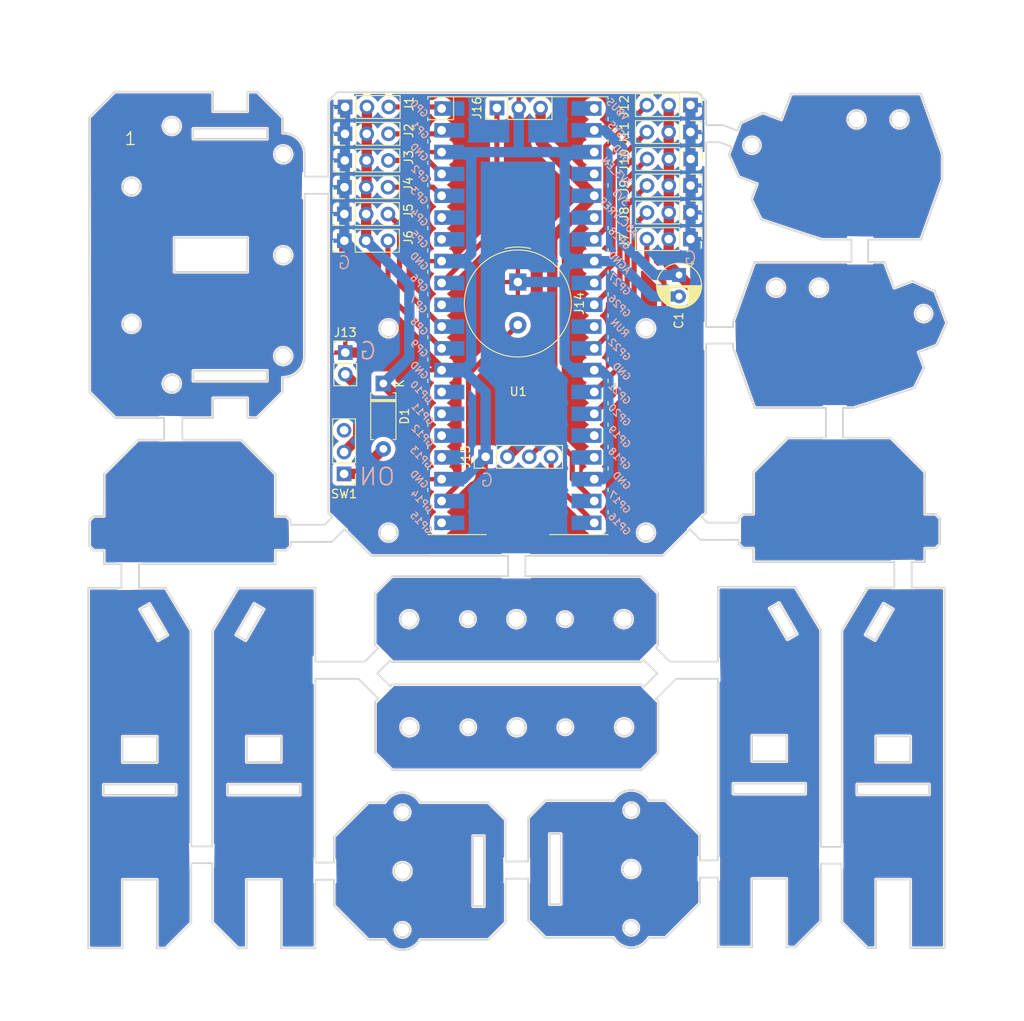
<source format=kicad_pcb>
(kicad_pcb (version 20240108) (generator "pcbnew") (generator_version "8.0")
  (layers (0 "F.Cu" signal) (31 "B.Cu" signal) (34 "B.Paste" user) (35 "F.Paste" user) (36 "B.SilkS" user "B.Silkscreen") (37 "F.SilkS" user "F.Silkscreen") (38 "B.Mask" user) (39 "F.Mask" user) (44 "Edge.Cuts" user))
  (net 0 "")
  (net 1 "+BATT")
  (net 2 "GND")
  (net 3 "SV0")
  (net 4 "SV1")
  (net 5 "SV2")
  (net 6 "SV3")
  (net 7 "SV4")
  (net 8 "SV5")
  (net 9 "SV6")
  (net 10 "SV7")
  (net 11 "SV8")
  (net 12 "SV9")
  (net 13 "SV10")
  (net 14 "SV11")
  (net 15 "Net-(D1-A)")
  (net 16 "+3.3V")
  (net 17 "SCL")
  (net 18 "SDA")
  (net 19 "RMT")
  (net 20 "Net-(J13-Pin_2)")
  (net 21 "Net-(J14-Pin_2)")
  (footprint "Connector_PinHeader_2.54mm:PinHeader_1x03_P2.54mm_Vertical" (layer "F.Cu") (at 201.51 45.35 -90)
    (property "Reference" "J11")
    (property "Value" "Conn_01x03")
  )
  (footprint "RPi_Pico:RPi_Pico_SMD_TH" (layer "F.Cu") (at 181.41 66.74)
    (property "Reference" "U1")
    (property "Value" "Pico")
  )
  (footprint "Connector_PinHeader_2.54mm:PinHeader_1x03_P2.54mm_Vertical" (layer "F.Cu") (at 201.51 57.82 -90)
    (property "Reference" "J7")
    (property "Value" "Conn_01x03")
  )
  (footprint "Connector_PinHeader_2.54mm:PinHeader_1x03_P2.54mm_Vertical" (layer "F.Cu") (at 201.51 42.21 -90)
    (property "Reference" "J12")
    (property "Value" "Conn_01x03")
  )
  (footprint "Diode_THT:D_A-405_P7.62mm_Horizontal" (layer "F.Cu") (at 165.73 74.64 -90)
    (property "Reference" "D1")
    (property "Value" "D_Schottky")
  )
  (footprint "Connector_PinHeader_2.54mm:PinHeader_1x04_P2.54mm_Vertical" (layer "F.Cu") (at 177.65 83.18 90)
    (property "Reference" "J15")
    (property "Value" "Conn_01x04")
  )
  (footprint "Connector_PinHeader_2.54mm:PinHeader_1x03_P2.54mm_Vertical" (layer "F.Cu") (at 161.24 48.66 90)
    (property "Reference" "J3")
    (property "Value" "Conn_01x03")
  )
  (footprint "Connector_PinHeader_2.54mm:PinHeader_1x03_P2.54mm_Vertical" (layer "F.Cu") (at 178.965 42.55 90)
    (property "Reference" "J16")
    (property "Value" "Conn_01x03")
  )
  (footprint "Buzzer_Beeper:Buzzer_TDK_PS1240P02BT_D12.2mm_H6.5mm" (layer "F.Cu") (at 181.4 62.82 -90)
    (property "Reference" "J14")
    (property "Value" "Conn_01x02")
  )
  (footprint "Connector_PinHeader_2.54mm:PinHeader_1x03_P2.54mm_Vertical" (layer "F.Cu") (at 201.535 48.49 -90)
    (property "Reference" "J10")
    (property "Value" "Conn_01x03")
  )
  (footprint "Connector_PinHeader_2.54mm:PinHeader_1x03_P2.54mm_Vertical" (layer "F.Cu") (at 161.16 85.17 180)
    (property "Reference" "SW1")
    (property "Value" "SW_SPDT")
  )
  (footprint "Connector_PinHeader_2.54mm:PinHeader_1x03_P2.54mm_Vertical" (layer "F.Cu") (at 161.19 54.9 90)
    (property "Reference" "J5")
    (property "Value" "Conn_01x03")
  )
  (footprint "Connector_PinHeader_2.54mm:PinHeader_1x02_P2.54mm_Vertical" (layer "F.Cu") (at 161.3 71.035)
    (property "Reference" "J13")
    (property "Value" "Conn_01x02")
  )
  (footprint "Connector_PinHeader_2.54mm:PinHeader_1x03_P2.54mm_Vertical" (layer "F.Cu") (at 201.52 51.58 -90)
    (property "Reference" "J9")
    (property "Value" "Conn_01x03")
  )
  (footprint "Connector_PinHeader_2.54mm:PinHeader_1x03_P2.54mm_Vertical" (layer "F.Cu") (at 161.28 42.43 90)
    (property "Reference" "J1")
    (property "Value" "Conn_01x03")
  )
  (footprint "Connector_PinHeader_2.54mm:PinHeader_1x03_P2.54mm_Vertical" (layer "F.Cu") (at 161.2 51.78 90)
    (property "Reference" "J4")
    (property "Value" "Conn_01x03")
  )
  (footprint "Capacitor_THT:CP_Radial_D5.0mm_P2.50mm" (layer "F.Cu") (at 200.18 62 -90)
    (property "Reference" "C1")
    (property "Value" "C_Polarized")
  )
  (footprint "Connector_PinHeader_2.54mm:PinHeader_1x03_P2.54mm_Vertical" (layer "F.Cu") (at 161.26 45.56 90)
    (property "Reference" "J2")
    (property "Value" "Conn_01x03")
  )
  (footprint "Connector_PinHeader_2.54mm:PinHeader_1x03_P2.54mm_Vertical" (layer "F.Cu") (at 201.52 54.72 -90)
    (property "Reference" "J8")
    (property "Value" "Conn_01x03")
  )
  (footprint "Connector_PinHeader_2.54mm:PinHeader_1x03_P2.54mm_Vertical" (layer "F.Cu") (at 161.19 58.01 90)
    (property "Reference" "J6")
    (property "Value" "Conn_01x03")
  )
  (gr_line (start 165.125167 105.479098) (end 163.565633 107.038632) (stroke (width 0.2)) (layer "Edge.Cuts"))
  (gr_circle (center 211.474358 63.486824) (end 212.474358 63.486824) (stroke (width 0.2)) (fill none) (layer "Edge.Cuts"))
  (gr_circle (center 154.068868 47.948465) (end 155.068868 47.948465) (stroke (width 0.2)) (fill none) (layer "Edge.Cuts"))
  (gr_line (start 139.36 140.44) (end 140.36 140.44) (stroke (width 0.2)) (layer "Edge.Cuts"))
  (gr_line (start 212.694349 140.320892) (end 213.694349 140.320892) (stroke (width 0.2)) (layer "Edge.Cuts"))
  (gr_line (start 205.952394 48.002508) (end 207.118663 50.579292) (stroke (width 0.2)) (layer "Edge.Cuts"))
  (gr_line (start 228.35818 40.881707) (end 213.230942 40.881707) (stroke (width 0.2)) (layer "Edge.Cuts"))
  (gr_line (start 149.814978 132.425816) (end 153.814978 132.425816) (stroke (width 0.2)) (layer "Edge.Cuts"))
  (gr_line (start 142.322662 78.651851) (end 145.892334 78.651851) (stroke (width 0.2)) (layer "Edge.Cuts"))
  (gr_line (start 159.969538 135.436963) (end 163.969538 139.436963) (stroke (width 0.2)) (layer "Edge.Cuts"))
  (gr_line (start 219.115397 137.408923) (end 222.115397 140.408923) (stroke (width 0.2)) (layer "Edge.Cuts"))
  (gr_line (start 149.188459 81.190618) (end 142.322662 81.190618) (stroke (width 0.2)) (layer "Edge.Cuts"))
  (gr_line (start 222.115397 140.408923) (end 223.115397 140.408923) (stroke (width 0.2)) (layer "Edge.Cuts"))
  (gr_line (start 204.694349 98.320892) (end 204.694349 107.038632) (stroke (width 0.2)) (layer "Edge.Cuts"))
  (gr_line (start 152.192334 44.951851) (end 152.192334 46.151851) (stroke (width 0.2)) (layer "Edge.Cuts"))
  (gr_circle (center 208.669543 46.889133) (end 209.619543 46.889133) (stroke (width 0.2)) (fill none) (layer "Edge.Cuts"))
  (gr_line (start 151.806671 100.93709) (end 149.706671 104.574396) (stroke (width 0.2)) (layer "Edge.Cuts"))
  (gr_line (start 208.694349 118.640307) (end 208.694349 115.640307) (stroke (width 0.2)) (layer "Edge.Cuts"))
  (gr_circle (center 168.778101 114.684329) (end 169.778101 114.684329) (stroke (width 0.2)) (fill none) (layer "Edge.Cuts"))
  (gr_line (start 165.125167 111.337263) (end 164.778101 111.684329) (stroke (width 0.2)) (layer "Edge.Cuts"))
  (gr_line (start 196.070994 109.977222) (end 195.778101 109.684329) (stroke (width 0.2)) (layer "Edge.Cuts"))
  (gr_line (start 208.694349 140.320892) (end 208.694349 132.320892) (stroke (width 0.2)) (layer "Edge.Cuts"))
  (gr_line (start 227.115397 140.408923) (end 231.115397 140.408923) (stroke (width 0.2)) (layer "Edge.Cuts"))
  (gr_line (start 212.694349 115.640307) (end 212.694349 118.640307) (stroke (width 0.2)) (layer "Edge.Cuts"))
  (gr_line (start 220.915397 121.328339) (end 229.315397 121.328339) (stroke (width 0.2)) (layer "Edge.Cuts"))
  (gr_line (start 154.031232 45.448747) (end 154.027882 43.651845) (stroke (width 0.2)) (layer "Edge.Cuts"))
  (gr_line (start 208.974358 77.486824) (end 217.291342 77.486824) (stroke (width 0.2)) (layer "Edge.Cuts"))
  (gr_line (start 204.694349 109.038632) (end 204.694349 130.187045) (stroke (width 0.2)) (layer "Edge.Cuts"))
  (gr_line (start 212.694349 118.640307) (end 208.694349 118.640307) (stroke (width 0.2)) (layer "Edge.Cuts"))
  (gr_line (start 231.380145 67.607625) (end 229.96963 63.864572) (stroke (width 0.2)) (layer "Edge.Cuts"))
  (gr_line (start 177.969538 123.436963) (end 170.018928 123.436963) (stroke (width 0.2)) (layer "Edge.Cuts"))
  (gr_line (start 203.332273 68.065407) (end 203.332273 46.545903) (stroke (width 0.2)) (layer "Edge.Cuts"))
  (gr_line (start 225.254726 95.44799) (end 225.254726 98.408923) (stroke (width 0.2)) (layer "Edge.Cuts"))
  (gr_line (start 206.305023 47.066745) (end 205.952394 48.002508) (stroke (width 0.2)) (layer "Edge.Cuts"))
  (gr_line (start 222.203708 60.486824) (end 222.203708 57.881707) (stroke (width 0.2)) (layer "Edge.Cuts"))
  (gr_line (start 157.814978 107.038632) (end 157.814978 98.425816) (stroke (width 0.2)) (layer "Edge.Cuts"))
  (gr_line (start 227.27351 95.44799) (end 228.822381 95.44799) (stroke (width 0.2)) (layer "Edge.Cuts"))
  (gr_line (start 207.623314 93.849499) (end 208.823315 93.848796) (stroke (width 0.2)) (layer "Edge.Cuts"))
  (gr_line (start 133.16 121.359415) (end 141.56 121.359415) (stroke (width 0.2)) (layer "Edge.Cuts"))
  (gr_line (start 197.443846 105.383565) (end 197.73674 105.090671) (stroke (width 0.2)) (layer "Edge.Cuts"))
  (gr_line (start 203.332273 46.545903) (end 204.922877 46.545903) (stroke (width 0.2)) (layer "Edge.Cuts"))
  (gr_line (start 131.501071 75.651852) (end 134.504337 78.651851) (stroke (width 0.2)) (layer "Edge.Cuts"))
  (gr_line (start 207.118663 50.579292) (end 209.270919 51.390338) (stroke (width 0.2)) (layer "Edge.Cuts"))
  (gr_line (start 222.120049 76.980673) (end 227.602847 75.153074) (stroke (width 0.2)) (layer "Edge.Cuts"))
  (gr_line (start 196.029633 106.797778) (end 197.640035 108.408181) (stroke (width 0.2)) (layer "Edge.Cuts"))
  (gr_arc (start 170.01893 139.436963) (mid 167.969559 140.636964) (end 165.920189 139.436963) (stroke (width 0.2)) (layer "Edge.Cuts"))
  (gr_line (start 197.485207 111.391436) (end 199.838011 109.038632) (stroke (width 0.2)) (layer "Edge.Cuts"))
  (gr_line (start 229.315397 122.528339) (end 220.915397 122.528339) (stroke (width 0.2)) (layer "Edge.Cuts"))
  (gr_circle (center 167.969538 138.286963) (end 168.819538 138.286963) (stroke (width 0.2)) (fill none) (layer "Edge.Cuts"))
  (gr_line (start 203.332273 89.714801) (end 203.332273 69.982495) (stroke (width 0.2)) (layer "Edge.Cuts"))
  (gr_line (start 179.969538 132.325228) (end 182.604397 132.310505) (stroke (width 0.2)) (layer "Edge.Cuts"))
  (gr_line (start 153.186115 85.190617) (end 149.188459 81.190618) (stroke (width 0.2)) (layer "Edge.Cuts"))
  (gr_line (start 223.115397 118.728339) (end 223.115397 115.728339) (stroke (width 0.2)) (layer "Edge.Cuts"))
  (gr_line (start 228.828533 84.947989) (end 224.830877 80.94799) (stroke (width 0.2)) (layer "Edge.Cuts"))
  (gr_line (start 159.332273 41.714801) (end 159.332273 50.542375) (stroke (width 0.2)) (layer "Edge.Cuts"))
  (gr_line (start 212.830874 80.94799) (end 208.82853 84.947989) (stroke (width 0.2)) (layer "Edge.Cuts"))
  (gr_line (start 224.830877 80.94799) (end 219.268243 80.94799) (stroke (width 0.2)) (layer "Edge.Cuts"))
  (gr_circle (center 136.401603 67.698465) (end 137.401603 67.698465) (stroke (width 0.2)) (fill none) (layer "Edge.Cuts"))
  (gr_line (start 207.1239 92.849791) (end 207.123607 93.349792) (stroke (width 0.2)) (layer "Edge.Cuts"))
  (gr_line (start 164.73674 105.090671) (end 165.125167 105.479098) (stroke (width 0.2)) (layer "Edge.Cuts"))
  (gr_line (start 205.287207 44.545903) (end 203.332273 44.545903) (stroke (width 0.2)) (layer "Edge.Cuts"))
  (gr_line (start 202.604397 130.198723) (end 202.604397 127.198739) (stroke (width 0.2)) (layer "Edge.Cuts"))
  (gr_line (start 208.823315 93.848796) (end 208.822378 95.44799) (stroke (width 0.2)) (layer "Edge.Cuts"))
  (gr_line (start 210.702656 100.832165) (end 211.828489 100.182165) (stroke (width 0.2)) (layer "Edge.Cuts"))
  (gr_line (start 230.078001 93.849839) (end 230.578294 93.350132) (stroke (width 0.2)) (layer "Edge.Cuts"))
  (gr_line (start 225.254726 98.408923) (end 222.115397 98.408923) (stroke (width 0.2)) (layer "Edge.Cuts"))
  (gr_line (start 147.614978 121.345231) (end 156.014978 121.345231) (stroke (width 0.2)) (layer "Edge.Cuts"))
  (gr_line (start 138.49414 100.301274) (end 140.59414 103.93858) (stroke (width 0.2)) (layer "Edge.Cuts"))
  (gr_line (start 227.392846 62.698302) (end 225.24059 63.509348) (stroke (width 0.2)) (layer "Edge.Cuts"))
  (gr_line (start 135.36 140.44) (end 135.36 132.44) (stroke (width 0.2)) (layer "Edge.Cuts"))
  (gr_line (start 198.604397 123.198739) (end 196.653787 123.198739) (stroke (width 0.2)) (layer "Edge.Cuts"))
  (gr_line (start 230.213875 70.184409) (end 231.380145 67.607625) (stroke (width 0.2)) (layer "Edge.Cuts"))
  (gr_line (start 197.73674 99.090671) (end 195.73674 97.090671) (stroke (width 0.2)) (layer "Edge.Cuts"))
  (gr_line (start 141.56 122.559415) (end 133.16 122.559415) (stroke (width 0.2)) (layer "Edge.Cuts"))
  (gr_line (start 202.656484 92.847173) (end 207.1239 92.849791) (stroke (width 0.2)) (layer "Edge.Cuts"))
  (gr_line (start 157.814978 98.425816) (end 148.814978 98.425816) (stroke (width 0.2)) (layer "Edge.Cuts"))
  (gr_line (start 219.268243 80.94799) (end 219.268243 77.486824) (stroke (width 0.2)) (layer "Edge.Cuts"))
  (gr_line (start 214.894349 121.240307) (end 214.894349 122.440307) (stroke (width 0.2)) (layer "Edge.Cuts"))
  (gr_line (start 223.00709 104.557504) (end 221.881257 103.907504) (stroke (width 0.2)) (layer "Edge.Cuts"))
  (gr_line (start 213.694349 98.320892) (end 204.694349 98.320892) (stroke (width 0.2)) (layer "Edge.Cuts"))
  (gr_line (start 202.332273 40.714801) (end 160.332273 40.714801) (stroke (width 0.2)) (layer "Edge.Cuts"))
  (gr_line (start 196.653786 139.198739) (end 198.604397 139.198739) (stroke (width 0.2)) (layer "Edge.Cuts"))
  (gr_line (start 220.267652 60.486824) (end 208.974358 60.486824) (stroke (width 0.2)) (layer "Edge.Cuts"))
  (gr_line (start 216.694349 128.614052) (end 216.694349 103.320892) (stroke (width 0.2)) (layer "Edge.Cuts"))
  (gr_line (start 149.892334 61.651851) (end 141.392334 61.651851) (stroke (width 0.2)) (layer "Edge.Cuts"))
  (gr_line (start 230.85818 47.881707) (end 228.35818 40.881707) (stroke (width 0.2)) (layer "Edge.Cuts"))
  (gr_line (start 166.53938 109.92305) (end 165.024511 108.408181) (stroke (width 0.2)) (layer "Edge.Cuts"))
  (gr_line (start 228.06162 70.995455) (end 230.213875 70.184409) (stroke (width 0.2)) (layer "Edge.Cuts"))
  (gr_line (start 203.332273 44.545903) (end 203.332273 41.714801) (stroke (width 0.2)) (layer "Edge.Cuts"))
  (gr_line (start 201.428193 91.618882) (end 202.656484 92.847173) (stroke (width 0.2)) (layer "Edge.Cuts"))
  (gr_line (start 231.115397 140.408923) (end 231.115397 98.408923) (stroke (width 0.2)) (layer "Edge.Cuts"))
  (gr_line (start 179.969538 130.325197) (end 179.969538 125.436963) (stroke (width 0.2)) (layer "Edge.Cuts"))
  (gr_line (start 227.27351 98.408923) (end 227.27351 95.44799) (stroke (width 0.2)) (layer "Edge.Cuts"))
  (gr_line (start 164.73674 99.090671) (end 164.73674 105.090671) (stroke (width 0.2)) (layer "Edge.Cuts"))
  (gr_line (start 213.694349 140.320892) (end 216.694349 137.320892) (stroke (width 0.2)) (layer "Edge.Cuts"))
  (gr_line (start 151.014748 78.651851) (end 154.01423 75.651851) (stroke (width 0.2)) (layer "Edge.Cuts"))
  (gr_line (start 195.73674 107.090671) (end 196.029633 106.797778) (stroke (width 0.2)) (layer "Edge.Cuts"))
  (gr_line (start 154.435583 94.092467) (end 154.935875 93.59276) (stroke (width 0.2)) (layer "Edge.Cuts"))
  (gr_line (start 203.332273 69.982495) (end 206.474358 69.982495) (stroke (width 0.2)) (layer "Edge.Cuts"))
  (gr_line (start 185.104397 127.098739) (end 186.404397 127.098739) (stroke (width 0.2)) (layer "Edge.Cuts"))
  (gr_line (start 208.694349 115.640307) (end 212.694349 115.640307) (stroke (width 0.2)) (layer "Edge.Cuts"))
  (gr_line (start 202.604397 127.198739) (end 198.604397 123.198739) (stroke (width 0.2)) (layer "Edge.Cuts"))
  (gr_line (start 228.35818 57.881707) (end 230.85818 50.881707) (stroke (width 0.2)) (layer "Edge.Cuts"))
  (gr_line (start 176.169538 127.336963) (end 177.469538 127.336963) (stroke (width 0.2)) (layer "Edge.Cuts"))
  (gr_line (start 140.198335 78.651851) (end 140.198335 81.190618) (stroke (width 0.2)) (layer "Edge.Cuts"))
  (gr_line (start 195.73674 97.090671) (end 182.281731 97.090671) (stroke (width 0.2)) (layer "Edge.Cuts"))
  (gr_line (start 195.778101 109.684329) (end 166.778101 109.684329) (stroke (width 0.2)) (layer "Edge.Cuts"))
  (gr_line (start 159.733112 93.09557) (end 161.223077 91.605605) (stroke (width 0.2)) (layer "Edge.Cuts"))
  (gr_line (start 156.014978 121.345231) (end 156.014978 122.545231) (stroke (width 0.2)) (layer "Edge.Cuts"))
  (gr_line (start 228.825662 89.849104) (end 228.828533 84.947989) (stroke (width 0.2)) (layer "Edge.Cuts"))
  (gr_line (start 131.482946 90.592418) (end 131.481188 93.59242) (stroke (width 0.2)) (layer "Edge.Cuts"))
  (gr_line (start 225.10709 100.920197) (end 223.00709 104.557504) (stroke (width 0.2)) (layer "Edge.Cuts"))
  (gr_line (start 207.362909 44.259455) (end 207.01028 45.195218) (stroke (width 0.2)) (layer "Edge.Cuts"))
  (gr_line (start 216.694349 130.568367) (end 219.115397 130.568367) (stroke (width 0.2)) (layer "Edge.Cuts"))
  (gr_line (start 140.36 98.44) (end 137.266524 98.44) (stroke (width 0.2)) (layer "Edge.Cuts"))
  (gr_line (start 219.115397 128.614052) (end 216.694349 128.614052) (stroke (width 0.2)) (layer "Edge.Cuts"))
  (gr_line (start 143.592334 46.151851) (end 143.592334 44.951851) (stroke (width 0.2)) (layer "Edge.Cuts"))
  (gr_line (start 164.778101 117.684329) (end 166.778101 119.684329) (stroke (width 0.2)) (layer "Edge.Cuts"))
  (gr_line (start 159.332273 50.542375) (end 156.568868 50.542375) (stroke (width 0.2)) (layer "Edge.Cuts"))
  (gr_line (start 180.265837 97.090671) (end 166.73674 97.090671) (stroke (width 0.2)) (layer "Edge.Cuts"))
  (gr_circle (center 175.628101 114.684329) (end 176.478101 114.684329) (stroke (width 0.2)) (fill none) (layer "Edge.Cuts"))
  (gr_line (start 153.183243 90.091732) (end 153.186115 85.190617) (stroke (width 0.2)) (layer "Edge.Cuts"))
  (gr_line (start 197.778101 117.684329) (end 197.778101 111.684329) (stroke (width 0.2)) (layer "Edge.Cuts"))
  (gr_line (start 224.101596 60.486824) (end 222.203708 60.486824) (stroke (width 0.2)) (layer "Edge.Cuts"))
  (gr_line (start 161.223077 91.605605) (end 164.332273 94.714801) (stroke (width 0.2)) (layer "Edge.Cuts"))
  (gr_line (start 179.969538 125.436963) (end 177.969538 123.436963) (stroke (width 0.2)) (layer "Edge.Cuts"))
  (gr_line (start 209.729691 55.547957) (end 215.212489 57.375556) (stroke (width 0.2)) (layer "Edge.Cuts"))
  (gr_line (start 207.625657 89.849497) (end 207.125365 90.34979) (stroke (width 0.2)) (layer "Edge.Cuts"))
  (gr_line (start 206.474358 67.486824) (end 206.474358 68.065407) (stroke (width 0.2)) (layer "Edge.Cuts"))
  (gr_circle (center 154.068868 71.448465) (end 155.068868 71.448465) (stroke (width 0.2)) (fill none) (layer "Edge.Cuts"))
  (gr_line (start 206.494349 122.440307) (end 206.494349 121.240307) (stroke (width 0.2)) (layer "Edge.Cuts"))
  (gr_line (start 131.466243 43.651849) (end 131.501071 75.651852) (stroke (width 0.2)) (layer "Edge.Cuts"))
  (gr_line (start 162.826536 109.038632) (end 165.125167 111.337263) (stroke (width 0.2)) (layer "Edge.Cuts"))
  (gr_line (start 227.602847 75.153074) (end 228.744654 72.808008) (stroke (width 0.2)) (layer "Edge.Cuts"))
  (gr_line (start 154.935875 93.59276) (end 154.936168 93.09276) (stroke (width 0.2)) (layer "Edge.Cuts"))
  (gr_circle (center 181.278101 114.684329) (end 182.278101 114.684329) (stroke (width 0.2)) (fill none) (layer "Edge.Cuts"))
  (gr_line (start 220.915397 122.528339) (end 220.915397 121.328339) (stroke (width 0.2)) (layer "Edge.Cuts"))
  (gr_line (start 135.224578 98.44) (end 131.36 98.44) (stroke (width 0.2)) (layer "Edge.Cuts"))
  (gr_circle (center 141.092334 74.651851) (end 142.092334 74.651851) (stroke (width 0.2)) (fill none) (layer "Edge.Cuts"))
  (gr_line (start 216.694349 137.320892) (end 216.694349 130.568367) (stroke (width 0.2)) (layer "Edge.Cuts"))
  (gr_line (start 131.481188 93.59242) (end 131.980895 94.092127) (stroke (width 0.2)) (layer "Edge.Cuts"))
  (gr_line (start 212.091948 43.904231) (end 209.939693 43.093185) (stroke (width 0.2)) (layer "Edge.Cuts"))
  (gr_line (start 154.937633 90.59276) (end 154.437926 90.092467) (stroke (width 0.2)) (layer "Edge.Cuts"))
  (gr_line (start 145.814978 130.513262) (end 145.814978 137.425816) (stroke (width 0.2)) (layer "Edge.Cuts"))
  (gr_line (start 140.59414 103.93858) (end 139.468307 104.58858) (stroke (width 0.2)) (layer "Edge.Cuts"))
  (gr_line (start 135.36 115.759415) (end 139.36 115.759415) (stroke (width 0.2)) (layer "Edge.Cuts"))
  (gr_line (start 213.230942 40.881707) (end 212.091948 43.904231) (stroke (width 0.2)) (layer "Edge.Cuts"))
  (gr_line (start 182.604397 130.310474) (end 179.969538 130.325197) (stroke (width 0.2)) (layer "Edge.Cuts"))
  (gr_line (start 208.587885 53.202891) (end 209.729691 55.547957) (stroke (width 0.2)) (layer "Edge.Cuts"))
  (gr_line (start 185.104397 135.298739) (end 185.104397 127.098739) (stroke (width 0.2)) (layer "Edge.Cuts"))
  (gr_line (start 186.404397 135.298739) (end 185.104397 135.298739) (stroke (width 0.2)) (layer "Edge.Cuts"))
  (gr_line (start 228.744654 72.808008) (end 228.06162 70.995455) (stroke (width 0.2)) (layer "Edge.Cuts"))
  (gr_circle (center 194.604397 124.348739) (end 195.454397 124.348739) (stroke (width 0.2)) (fill none) (layer "Edge.Cuts"))
  (gr_line (start 209.270919 51.390338) (end 208.587885 53.202891) (stroke (width 0.2)) (layer "Edge.Cuts"))
  (gr_line (start 179.969538 137.436963) (end 179.969538 132.325228) (stroke (width 0.2)) (layer "Edge.Cuts"))
  (gr_circle (center 168.73674 102.090671) (end 169.73674 102.090671) (stroke (width 0.2)) (fill none) (layer "Edge.Cuts"))
  (gr_line (start 133.179959 95.690618) (end 135.224578 95.690618) (stroke (width 0.2)) (layer "Edge.Cuts"))
  (gr_line (start 139.36 118.759415) (end 135.36 118.759415) (stroke (width 0.2)) (layer "Edge.Cuts"))
  (gr_line (start 217.291342 80.94799) (end 212.830874 80.94799) (stroke (width 0.2)) (layer "Edge.Cuts"))
  (gr_line (start 133.16 122.559415) (end 133.16 121.359415) (stroke (width 0.2)) (layer "Edge.Cuts"))
  (gr_line (start 182.604397 137.198739) (end 184.604397 139.198739) (stroke (width 0.2)) (layer "Edge.Cuts"))
  (gr_line (start 149.814978 118.745231) (end 149.814978 115.745231) (stroke (width 0.2)) (layer "Edge.Cuts"))
  (gr_line (start 145.892334 40.651851) (end 134.462978 40.651851) (stroke (width 0.2)) (layer "Edge.Cuts"))
  (gr_line (start 202.842406 90.204669) (end 203.332273 89.714801) (stroke (width 0.2)) (layer "Edge.Cuts"))
  (gr_line (start 147.614978 122.545231) (end 147.614978 121.345231) (stroke (width 0.2)) (layer "Edge.Cuts"))
  (gr_line (start 217.291342 77.486824) (end 217.291342 80.94799) (stroke (width 0.2)) (layer "Edge.Cuts"))
  (gr_line (start 152.192334 74.351851) (end 143.592334 74.351851) (stroke (width 0.2)) (layer "Edge.Cuts"))
  (gr_line (start 229.96963 63.864572) (end 227.392846 62.698302) (stroke (width 0.2)) (layer "Edge.Cuts"))
  (gr_line (start 149.892334 78.651851) (end 151.014748 78.651851) (stroke (width 0.2)) (layer "Edge.Cuts"))
  (gr_line (start 227.115397 115.728339) (end 227.115397 118.728339) (stroke (width 0.2)) (layer "Edge.Cuts"))
  (gr_line (start 207.01028 45.195218) (end 205.287207 44.545903) (stroke (width 0.2)) (layer "Edge.Cuts"))
  (gr_line (start 157.814978 130.448986) (end 157.814978 109.038632) (stroke (width 0.2)) (layer "Edge.Cuts"))
  (gr_line (start 148.580838 103.924396) (end 150.680838 100.28709) (stroke (width 0.2)) (layer "Edge.Cuts"))
  (gr_line (start 143.36 130.513262) (end 145.814978 130.513262) (stroke (width 0.2)) (layer "Edge.Cuts"))
  (gr_line (start 153.814978 132.425816) (end 153.814978 140.425816) (stroke (width 0.2)) (layer "Edge.Cuts"))
  (gr_circle (center 196.332273 92.014801) (end 197.332273 92.014801) (stroke (width 0.2)) (fill none) (layer "Edge.Cuts"))
  (gr_arc (start 192.555007 123.198739) (mid 194.604397 121.998739) (end 196.653787 123.198739) (stroke (width 0.2)) (layer "Edge.Cuts"))
  (gr_arc (start 165.920148 123.436963) (mid 167.969538 122.236963) (end 170.018928 123.436963) (stroke (width 0.2)) (layer "Edge.Cuts"))
  (gr_line (start 159.332273 52.539628) (end 159.332273 89.714801) (stroke (width 0.2)) (layer "Edge.Cuts"))
  (gr_line (start 131.980895 94.092127) (end 133.180896 94.091424) (stroke (width 0.2)) (layer "Edge.Cuts"))
  (gr_circle (center 186.88674 102.090671) (end 187.73674 102.090671) (stroke (width 0.2)) (fill none) (layer "Edge.Cuts"))
  (gr_line (start 166.73674 107.090671) (end 195.73674 107.090671) (stroke (width 0.2)) (layer "Edge.Cuts"))
  (gr_line (start 141.392334 57.651851) (end 149.892334 57.651851) (stroke (width 0.2)) (layer "Edge.Cuts"))
  (gr_line (start 216.824741 57.881707) (end 220.267652 57.881707) (stroke (width 0.2)) (layer "Edge.Cuts"))
  (gr_line (start 143.592334 73.151851) (end 152.192334 73.151851) (stroke (width 0.2)) (layer "Edge.Cuts"))
  (gr_line (start 157.814978 109.038632) (end 162.826536 109.038632) (stroke (width 0.2)) (layer "Edge.Cuts"))
  (gr_circle (center 175.58674 102.090671) (end 176.43674 102.090671) (stroke (width 0.2)) (fill none) (layer "Edge.Cuts"))
  (gr_line (start 154.936168 93.09276) (end 159.733112 93.09557) (stroke (width 0.2)) (layer "Edge.Cuts"))
  (gr_circle (center 167.969538 131.436963) (end 168.969538 131.436963) (stroke (width 0.2)) (fill none) (layer "Edge.Cuts"))
  (gr_line (start 139.36 132.44) (end 139.36 140.44) (stroke (width 0.2)) (layer "Edge.Cuts"))
  (gr_line (start 219.115397 103.408923) (end 219.115397 128.614052) (stroke (width 0.2)) (layer "Edge.Cuts"))
  (gr_line (start 177.469538 127.336963) (end 177.469538 135.536963) (stroke (width 0.2)) (layer "Edge.Cuts"))
  (gr_line (start 149.706671 104.574396) (end 148.580838 103.924396) (stroke (width 0.2)) (layer "Edge.Cuts"))
  (gr_line (start 165.024511 108.408181) (end 166.53938 106.893312) (stroke (width 0.2)) (layer "Edge.Cuts"))
  (gr_line (start 160.332273 40.714801) (end 159.332273 41.714801) (stroke (width 0.2)) (layer "Edge.Cuts"))
  (gr_line (start 230.578294 93.350132) (end 230.580052 90.350132) (stroke (width 0.2)) (layer "Edge.Cuts"))
  (gr_line (start 150.680838 100.28709) (end 151.806671 100.93709) (stroke (width 0.2)) (layer "Edge.Cuts"))
  (gr_line (start 149.892334 57.651851) (end 149.892334 61.651851) (stroke (width 0.2)) (layer "Edge.Cuts"))
  (gr_line (start 131.36 140.44) (end 135.36 140.44) (stroke (width 0.2)) (layer "Edge.Cuts"))
  (gr_line (start 131.983239 90.092125) (end 131.482946 90.592418) (stroke (width 0.2)) (layer "Edge.Cuts"))
  (gr_line (start 215.212489 57.375556) (end 216.824741 57.881707) (stroke (width 0.2)) (layer "Edge.Cuts"))
  (gr_line (start 208.974358 60.486824) (end 206.474358 67.486824) (stroke (width 0.2)) (layer "Edge.Cuts"))
  (gr_line (start 137.368307 100.951274) (end 138.49414 100.301274) (stroke (width 0.2)) (layer "Edge.Cuts"))
  (gr_line (start 163.565633 107.038632) (end 157.814978 107.038632) (stroke (width 0.2)) (layer "Edge.Cuts"))
  (gr_line (start 212.802656 104.469472) (end 210.702656 100.832165) (stroke (width 0.2)) (layer "Edge.Cuts"))
  (gr_line (start 133.186111 85.190617) (end 133.18324 90.091422) (stroke (width 0.2)) (layer "Edge.Cuts"))
  (gr_line (start 206.474358 70.486824) (end 208.974358 77.486824) (stroke (width 0.2)) (layer "Edge.Cuts"))
  (gr_line (start 156.568868 50.542375) (end 156.568868 47.948465) (stroke (width 0.2)) (layer "Edge.Cuts"))
  (gr_line (start 180.265837 94.714801) (end 180.265837 97.090671) (stroke (width 0.2)) (layer "Edge.Cuts"))
  (gr_line (start 195.778101 119.684329) (end 197.778101 117.684329) (stroke (width 0.2)) (layer "Edge.Cuts"))
  (gr_line (start 153.814978 140.425816) (end 157.814978 140.425816) (stroke (width 0.2)) (layer "Edge.Cuts"))
  (gr_line (start 163.969538 139.436963) (end 165.920189 139.436963) (stroke (width 0.2)) (layer "Edge.Cuts"))
  (gr_line (start 154.027882 43.651845) (end 151.022287 40.651851) (stroke (width 0.2)) (layer "Edge.Cuts"))
  (gr_line (start 230.85818 50.881707) (end 230.85818 47.881707) (stroke (width 0.2)) (layer "Edge.Cuts"))
  (gr_line (start 145.892334 78.651851) (end 145.892334 76.351851) (stroke (width 0.2)) (layer "Edge.Cuts"))
  (gr_line (start 151.022287 40.651851) (end 149.892334 40.651851) (stroke (width 0.2)) (layer "Edge.Cuts"))
  (gr_circle (center 141.092334 44.651851) (end 142.092334 44.651851) (stroke (width 0.2)) (fill none) (layer "Edge.Cuts"))
  (gr_line (start 143.592334 44.951851) (end 152.192334 44.951851) (stroke (width 0.2)) (layer "Edge.Cuts"))
  (gr_line (start 143.36 103.44) (end 140.36 98.44) (stroke (width 0.2)) (layer "Edge.Cuts"))
  (gr_line (start 154.437926 90.092467) (end 153.183243 90.091732) (stroke (width 0.2)) (layer "Edge.Cuts"))
  (gr_circle (center 196.332273 68.214801) (end 197.332273 68.214801) (stroke (width 0.2)) (fill none) (layer "Edge.Cuts"))
  (gr_line (start 170.01893 139.436963) (end 177.969538 139.436963) (stroke (width 0.2)) (layer "Edge.Cuts"))
  (gr_line (start 199.098914 107.038632) (end 197.443846 105.383565) (stroke (width 0.2)) (layer "Edge.Cuts"))
  (gr_line (start 220.507797 77.486824) (end 222.120049 76.980673) (stroke (width 0.2)) (layer "Edge.Cuts"))
  (gr_line (start 149.814978 140.425816) (end 149.814978 132.425816) (stroke (width 0.2)) (layer "Edge.Cuts"))
  (gr_line (start 182.281731 97.090671) (end 182.281731 94.714801) (stroke (width 0.2)) (layer "Edge.Cuts"))
  (gr_line (start 133.18324 90.091422) (end 131.983239 90.092125) (stroke (width 0.2)) (layer "Edge.Cuts"))
  (gr_circle (center 216.474358 63.486824) (end 217.474358 63.486824) (stroke (width 0.2)) (fill none) (layer "Edge.Cuts"))
  (gr_line (start 149.814978 115.745231) (end 153.814978 115.745231) (stroke (width 0.2)) (layer "Edge.Cuts"))
  (gr_line (start 212.694349 132.320892) (end 212.694349 140.320892) (stroke (width 0.2)) (layer "Edge.Cuts"))
  (gr_line (start 197.778101 111.684329) (end 197.485207 111.391436) (stroke (width 0.2)) (layer "Edge.Cuts"))
  (gr_circle (center 166.332273 92.014801) (end 167.332273 92.014801) (stroke (width 0.2)) (fill none) (layer "Edge.Cuts"))
  (gr_line (start 206.474358 69.982495) (end 206.474358 70.486824) (stroke (width 0.2)) (layer "Edge.Cuts"))
  (gr_line (start 140.198335 81.190618) (end 137.188455 81.190618) (stroke (width 0.2)) (layer "Edge.Cuts"))
  (gr_line (start 213.928489 103.819472) (end 212.802656 104.469472) (stroke (width 0.2)) (layer "Edge.Cuts"))
  (gr_circle (center 136.401603 51.698465) (end 137.401603 51.698465) (stroke (width 0.2)) (fill none) (layer "Edge.Cuts"))
  (gr_line (start 227.115397 132.408923) (end 227.115397 140.408923) (stroke (width 0.2)) (layer "Edge.Cuts"))
  (gr_line (start 203.332273 41.714801) (end 202.332273 40.714801) (stroke (width 0.2)) (layer "Edge.Cuts"))
  (gr_line (start 208.82853 84.947989) (end 208.825658 89.848794) (stroke (width 0.2)) (layer "Edge.Cuts"))
  (gr_line (start 154.93734 91.09276) (end 154.937633 90.59276) (stroke (width 0.2)) (layer "Edge.Cuts"))
  (gr_arc (start 154.031232 45.448747) (mid 155.823257 46.167445) (end 156.568868 47.948465) (stroke (width 0.2)) (layer "Edge.Cuts"))
  (gr_line (start 182.604397 132.310505) (end 182.604397 137.198739) (stroke (width 0.2)) (layer "Edge.Cuts"))
  (gr_line (start 197.73674 105.090671) (end 197.73674 99.090671) (stroke (width 0.2)) (layer "Edge.Cuts"))
  (gr_line (start 177.469538 135.536963) (end 176.169538 135.536963) (stroke (width 0.2)) (layer "Edge.Cuts"))
  (gr_line (start 220.267652 57.881707) (end 220.267652 60.486824) (stroke (width 0.2)) (layer "Edge.Cuts"))
  (gr_line (start 141.392334 61.651851) (end 141.392334 57.651851) (stroke (width 0.2)) (layer "Edge.Cuts"))
  (gr_line (start 182.604397 125.198739) (end 182.604397 130.310474) (stroke (width 0.2)) (layer "Edge.Cuts"))
  (gr_line (start 177.969538 139.436963) (end 179.969538 137.436963) (stroke (width 0.2)) (layer "Edge.Cuts"))
  (gr_line (start 199.838011 109.038632) (end 204.694349 109.038632) (stroke (width 0.2)) (layer "Edge.Cuts"))
  (gr_line (start 219.268243 77.486824) (end 220.507797 77.486824) (stroke (width 0.2)) (layer "Edge.Cuts"))
  (gr_line (start 145.892334 42.951851) (end 145.892334 40.651851) (stroke (width 0.2)) (layer "Edge.Cuts"))
  (gr_line (start 206.494349 121.240307) (end 214.894349 121.240307) (stroke (width 0.2)) (layer "Edge.Cuts"))
  (gr_line (start 139.468307 104.58858) (end 137.368307 100.951274) (stroke (width 0.2)) (layer "Edge.Cuts"))
  (gr_line (start 164.332273 94.714801) (end 180.265837 94.714801) (stroke (width 0.2)) (layer "Edge.Cuts"))
  (gr_line (start 140.36 140.44) (end 143.36 137.44) (stroke (width 0.2)) (layer "Edge.Cuts"))
  (gr_line (start 204.694349 132.187077) (end 204.694349 140.320892) (stroke (width 0.2)) (layer "Edge.Cuts"))
  (gr_line (start 208.822378 95.44799) (end 225.254726 95.44799) (stroke (width 0.2)) (layer "Edge.Cuts"))
  (gr_line (start 158.90517 91.095085) (end 154.93734 91.09276) (stroke (width 0.2)) (layer "Edge.Cuts"))
  (gr_line (start 153.179963 95.690618) (end 153.180899 94.091732) (stroke (width 0.2)) (layer "Edge.Cuts"))
  (gr_line (start 214.894349 122.440307) (end 206.494349 122.440307) (stroke (width 0.2)) (layer "Edge.Cuts"))
  (gr_line (start 204.694349 130.187045) (end 202.604397 130.198723) (stroke (width 0.2)) (layer "Edge.Cuts"))
  (gr_line (start 184.604397 123.198739) (end 182.604397 125.198739) (stroke (width 0.2)) (layer "Edge.Cuts"))
  (gr_line (start 135.224578 95.690618) (end 135.224578 98.44) (stroke (width 0.2)) (layer "Edge.Cuts"))
  (gr_line (start 159.332273 89.714801) (end 159.808864 90.191392) (stroke (width 0.2)) (layer "Edge.Cuts"))
  (gr_line (start 176.169538 135.536963) (end 176.169538 127.336963) (stroke (width 0.2)) (layer "Edge.Cuts"))
  (gr_line (start 149.892334 76.351851) (end 149.892334 78.651851) (stroke (width 0.2)) (layer "Edge.Cuts"))
  (gr_circle (center 154.068868 59.698465) (end 155.068868 59.698465) (stroke (width 0.2)) (fill none) (layer "Edge.Cuts"))
  (gr_line (start 152.192334 73.151851) (end 152.192334 74.351851) (stroke (width 0.2)) (layer "Edge.Cuts"))
  (gr_line (start 145.892334 76.351851) (end 149.892334 76.351851) (stroke (width 0.2)) (layer "Edge.Cuts"))
  (gr_line (start 216.694349 103.320892) (end 213.694349 98.320892) (stroke (width 0.2)) (layer "Edge.Cuts"))
  (gr_line (start 143.36 137.44) (end 143.36 130.513262) (stroke (width 0.2)) (layer "Edge.Cuts"))
  (gr_line (start 145.814978 103.425816) (end 145.814978 128.560181) (stroke (width 0.2)) (layer "Edge.Cuts"))
  (gr_line (start 228.822381 95.44799) (end 228.823318 93.849104) (stroke (width 0.2)) (layer "Edge.Cuts"))
  (gr_line (start 208.694349 132.320892) (end 212.694349 132.320892) (stroke (width 0.2)) (layer "Edge.Cuts"))
  (gr_circle (center 194.604397 131.198739) (end 195.604397 131.198739) (stroke (width 0.2)) (fill none) (layer "Edge.Cuts"))
  (gr_line (start 166.53938 106.893312) (end 166.73674 107.090671) (stroke (width 0.2)) (layer "Edge.Cuts"))
  (gr_line (start 227.115397 118.728339) (end 223.115397 118.728339) (stroke (width 0.2)) (layer "Edge.Cuts"))
  (gr_line (start 207.123607 93.349792) (end 207.623314 93.849499) (stroke (width 0.2)) (layer "Edge.Cuts"))
  (gr_line (start 153.814978 115.745231) (end 153.814978 118.745231) (stroke (width 0.2)) (layer "Edge.Cuts"))
  (gr_line (start 135.36 118.759415) (end 135.36 115.759415) (stroke (width 0.2)) (layer "Edge.Cuts"))
  (gr_line (start 229.315397 121.328339) (end 229.315397 122.528339) (stroke (width 0.2)) (layer "Edge.Cuts"))
  (gr_line (start 159.969538 127.436963) (end 159.969538 130.436948) (stroke (width 0.2)) (layer "Edge.Cuts"))
  (gr_line (start 134.504337 78.651851) (end 140.198335 78.651851) (stroke (width 0.2)) (layer "Edge.Cuts"))
  (gr_line (start 159.969538 130.436948) (end 157.814978 130.448986) (stroke (width 0.2)) (layer "Edge.Cuts"))
  (gr_line (start 223.981257 100.270197) (end 225.10709 100.920197) (stroke (width 0.2)) (layer "Edge.Cuts"))
  (gr_line (start 204.694349 140.320892) (end 208.694349 140.320892) (stroke (width 0.2)) (layer "Edge.Cuts"))
  (gr_line (start 225.24059 63.509348) (end 224.101596 60.486824) (stroke (width 0.2)) (layer "Edge.Cuts"))
  (gr_line (start 159.969538 132.436979) (end 159.969538 135.436963) (stroke (width 0.2)) (layer "Edge.Cuts"))
  (gr_line (start 204.694349 107.038632) (end 199.098914 107.038632) (stroke (width 0.2)) (layer "Edge.Cuts"))
  (gr_circle (center 193.778101 114.684329) (end 194.778101 114.684329) (stroke (width 0.2)) (fill none) (layer "Edge.Cuts"))
  (gr_line (start 166.73674 97.090671) (end 164.73674 99.090671) (stroke (width 0.2)) (layer "Edge.Cuts"))
  (gr_circle (center 166.332273 68.214801) (end 167.332273 68.214801) (stroke (width 0.2)) (fill none) (layer "Edge.Cuts"))
  (gr_line (start 198.332273 94.714801) (end 201.428193 91.618882) (stroke (width 0.2)) (layer "Edge.Cuts"))
  (gr_line (start 228.823318 93.849104) (end 230.078001 93.849839) (stroke (width 0.2)) (layer "Edge.Cuts"))
  (gr_line (start 164.778101 111.684329) (end 164.778101 117.684329) (stroke (width 0.2)) (layer "Edge.Cuts"))
  (gr_line (start 133.180896 94.091424) (end 133.179959 95.690618) (stroke (width 0.2)) (layer "Edge.Cuts"))
  (gr_line (start 230.080345 89.849839) (end 228.825662 89.849104) (stroke (width 0.2)) (layer "Edge.Cuts"))
  (gr_line (start 137.266524 98.44) (end 137.266524 95.690618) (stroke (width 0.2)) (layer "Edge.Cuts"))
  (gr_line (start 206.474358 68.065407) (end 203.332273 68.065407) (stroke (width 0.2)) (layer "Edge.Cuts"))
  (gr_line (start 166.778101 119.684329) (end 195.778101 119.684329) (stroke (width 0.2)) (layer "Edge.Cuts"))
  (gr_line (start 149.892334 40.651851) (end 149.892334 42.951851) (stroke (width 0.2)) (layer "Edge.Cuts"))
  (gr_line (start 209.939693 43.093185) (end 207.362909 44.259455) (stroke (width 0.2)) (layer "Edge.Cuts"))
  (gr_line (start 182.281731 94.714801) (end 198.332273 94.714801) (stroke (width 0.2)) (layer "Edge.Cuts"))
  (gr_circle (center 193.73674 102.090671) (end 194.73674 102.090671) (stroke (width 0.2)) (fill none) (layer "Edge.Cuts"))
  (gr_line (start 219.115397 130.568367) (end 219.115397 137.408923) (stroke (width 0.2)) (layer "Edge.Cuts"))
  (gr_line (start 223.115397 140.408923) (end 223.115397 132.408923) (stroke (width 0.2)) (layer "Edge.Cuts"))
  (gr_line (start 203.485396 90.847658) (end 202.842406 90.204669) (stroke (width 0.2)) (layer "Edge.Cuts"))
  (gr_line (start 143.36 128.560181) (end 143.36 103.44) (stroke (width 0.2)) (layer "Edge.Cuts"))
  (gr_line (start 197.640035 108.408181) (end 196.070994 109.977222) (stroke (width 0.2)) (layer "Edge.Cuts"))
  (gr_line (start 142.322662 81.190618) (end 142.322662 78.651851) (stroke (width 0.2)) (layer "Edge.Cuts"))
  (gr_circle (center 228.662996 66.49425) (end 229.612996 66.49425) (stroke (width 0.2)) (fill none) (layer "Edge.Cuts"))
  (gr_line (start 134.462978 40.651851) (end 131.466243 43.651849) (stroke (width 0.2)) (layer "Edge.Cuts"))
  (gr_line (start 202.604397 135.198739) (end 202.604397 132.198754) (stroke (width 0.2)) (layer "Edge.Cuts"))
  (gr_line (start 148.814978 98.425816) (end 145.814978 103.425816) (stroke (width 0.2)) (layer "Edge.Cuts"))
  (gr_line (start 156.568868 71.448609) (end 156.568868 52.539628) (stroke (width 0.2)) (layer "Edge.Cuts"))
  (gr_line (start 153.814978 118.745231) (end 149.814978 118.745231) (stroke (width 0.2)) (layer "Edge.Cuts"))
  (gr_line (start 165.920148 123.436963) (end 163.969538 123.436963) (stroke (width 0.2)) (layer "Edge.Cuts"))
  (gr_line (start 207.125365 90.34979) (end 207.125072 90.849791) (stroke (width 0.2)) (layer "Edge.Cuts"))
  (gr_line (start 222.203708 57.881707) (end 228.35818 57.881707) (stroke (width 0.2)) (layer "Edge.Cuts"))
  (gr_line (start 137.266524 95.690618) (end 153.179963 95.690618) (stroke (width 0.2)) (layer "Edge.Cuts"))
  (gr_circle (center 220.85818 43.881707) (end 221.85818 43.881707) (stroke (width 0.2)) (fill none) (layer "Edge.Cuts"))
  (gr_line (start 184.604397 139.198739) (end 192.55495 139.198739) (stroke (width 0.2)) (layer "Edge.Cuts"))
  (gr_line (start 156.014978 122.545231) (end 147.614978 122.545231) (stroke (width 0.2)) (layer "Edge.Cuts"))
  (gr_line (start 208.825658 89.848794) (end 207.625657 89.849497) (stroke (width 0.2)) (layer "Edge.Cuts"))
  (gr_arc (start 156.568868 71.448609) (mid 155.817093 73.235622) (end 154.013936 73.947806) (stroke (width 0.2)) (layer "Edge.Cuts"))
  (gr_line (start 222.115397 98.408923) (end 219.115397 103.408923) (stroke (width 0.2)) (layer "Edge.Cuts"))
  (gr_line (start 154.01423 75.651851) (end 154.013936 73.947806) (stroke (width 0.2)) (layer "Edge.Cuts"))
  (gr_line (start 145.814978 128.560181) (end 143.36 128.560181) (stroke (width 0.2)) (layer "Edge.Cuts"))
  (gr_line (start 157.814978 140.425816) (end 157.814978 132.449018) (stroke (width 0.2)) (layer "Edge.Cuts"))
  (gr_circle (center 186.928101 114.684329) (end 187.778101 114.684329) (stroke (width 0.2)) (fill none) (layer "Edge.Cuts"))
  (gr_line (start 230.580052 90.350132) (end 230.080345 89.849839) (stroke (width 0.2)) (layer "Edge.Cuts"))
  (gr_line (start 149.892334 42.951851) (end 145.892334 42.951851) (stroke (width 0.2)) (layer "Edge.Cuts"))
  (gr_line (start 143.592334 74.351851) (end 143.592334 73.151851) (stroke (width 0.2)) (layer "Edge.Cuts"))
  (gr_line (start 223.115397 115.728339) (end 227.115397 115.728339) (stroke (width 0.2)) (layer "Edge.Cuts"))
  (gr_line (start 211.828489 100.182165) (end 213.928489 103.819472) (stroke (width 0.2)) (layer "Edge.Cuts"))
  (gr_line (start 156.568868 52.539628) (end 159.332273 52.539628) (stroke (width 0.2)) (layer "Edge.Cuts"))
  (gr_line (start 137.188455 81.190618) (end 133.186111 85.190617) (stroke (width 0.2)) (layer "Edge.Cuts"))
  (gr_line (start 166.778101 109.684329) (end 166.53938 109.92305) (stroke (width 0.2)) (layer "Edge.Cuts"))
  (gr_line (start 148.814978 140.425816) (end 149.814978 140.425816) (stroke (width 0.2)) (layer "Edge.Cuts"))
  (gr_line (start 131.36 98.44) (end 131.36 140.44) (stroke (width 0.2)) (layer "Edge.Cuts"))
  (gr_line (start 153.180899 94.091732) (end 154.435583 94.092467) (stroke (width 0.2)) (layer "Edge.Cuts"))
  (gr_line (start 198.604397 139.198739) (end 202.604397 135.198739) (stroke (width 0.2)) (layer "Edge.Cuts"))
  (gr_line (start 204.922877 46.545903) (end 206.305023 47.066745) (stroke (width 0.2)) (layer "Edge.Cuts"))
  (gr_arc (start 196.653786 139.198739) (mid 194.604368 140.398739) (end 192.55495 139.198739) (stroke (width 0.2)) (layer "Edge.Cuts"))
  (gr_line (start 157.814978 132.449018) (end 159.969538 132.436979) (stroke (width 0.2)) (layer "Edge.Cuts"))
  (gr_line (start 145.814978 137.425816) (end 148.814978 140.425816) (stroke (width 0.2)) (layer "Edge.Cuts"))
  (gr_line (start 152.192334 46.151851) (end 143.592334 46.151851) (stroke (width 0.2)) (layer "Edge.Cuts"))
  (gr_line (start 159.808864 90.191392) (end 158.90517 91.095085) (stroke (width 0.2)) (layer "Edge.Cuts"))
  (gr_line (start 135.36 132.44) (end 139.36 132.44) (stroke (width 0.2)) (layer "Edge.Cuts"))
  (gr_line (start 223.115397 132.408923) (end 227.115397 132.408923) (stroke (width 0.2)) (layer "Edge.Cuts"))
  (gr_circle (center 181.23674 102.090671) (end 182.23674 102.090671) (stroke (width 0.2)) (fill none) (layer "Edge.Cuts"))
  (gr_line (start 202.604397 132.198754) (end 204.694349 132.187077) (stroke (width 0.2)) (layer "Edge.Cuts"))
  (gr_line (start 186.404397 127.098739) (end 186.404397 135.298739) (stroke (width 0.2)) (layer "Edge.Cuts"))
  (gr_line (start 141.56 121.359415) (end 141.56 122.559415) (stroke (width 0.2)) (layer "Edge.Cuts"))
  (gr_line (start 231.115397 98.408923) (end 227.27351 98.408923) (stroke (width 0.2)) (layer "Edge.Cuts"))
  (gr_circle (center 167.969538 124.586963) (end 168.819538 124.586963) (stroke (width 0.2)) (fill none) (layer "Edge.Cuts"))
  (gr_line (start 163.969538 123.436963) (end 159.969538 127.436963) (stroke (width 0.2)) (layer "Edge.Cuts"))
  (gr_line (start 192.555007 123.198739) (end 184.604397 123.198739) (stroke (width 0.2)) (layer "Edge.Cuts"))
  (gr_line (start 207.125072 90.849791) (end 203.485396 90.847658) (stroke (width 0.2)) (layer "Edge.Cuts"))
  (gr_line (start 139.36 115.759415) (end 139.36 118.759415) (stroke (width 0.2)) (layer "Edge.Cuts"))
  (gr_line (start 221.881257 103.907504) (end 223.981257 100.270197) (stroke (width 0.2)) (layer "Edge.Cuts"))
  (gr_circle (center 225.85818 43.881707) (end 226.85818 43.881707) (stroke (width 0.2)) (fill none) (layer "Edge.Cuts"))
  (gr_circle (center 194.604397 138.048739) (end 195.454397 138.048739) (stroke (width 0.2)) (fill none) (layer "Edge.Cuts"))
  (gr_text "ON" (at 167.24 86.67 0) (layer "B.SilkS") (effects (font (size 2 2) (thickness 0.2)) (justify left bottom mirror)))
  (gr_text "G" (at 165.08 72.02 0) (layer "B.SilkS") (effects (font (size 2 2) (thickness 0.2)) (justify left bottom mirror)))
  (gr_text "G" (at 162.04 61.45 0) (layer "B.SilkS") (effects (font (size 1.5 1.5)) (justify left bottom mirror)))
  (gr_text "G" (at 178.66 86.78 0) (layer "B.SilkS") (effects (font (size 1.5 1.5)) (justify left bottom mirror)))
  (gr_text "G" (at 202.35 60.89 0) (layer "B.SilkS") (effects (font (size 1.5 1.5)) (justify left bottom mirror)))
  (gr_text "1" (at 136.29 46.12 0) (layer "F.SilkS") (effects (font (size 1.5 1.5))))
  (segment (start 198.97 60.79) (end 200.18 62) (width 1.2) (layer "F.Cu") (net 1))
  (segment (start 168.46 77.37) (end 168.46 90.03) (width 1.2) (layer "F.Cu") (net 1))
  (segment (start 163.74 51.78) (end 163.74 54.89) (width 1.2) (layer "F.Cu") (net 1))
  (segment (start 198.97 57.82) (end 198.97 60.79) (width 1.2) (layer "F.Cu") (net 1))
  (segment (start 198.97 48.465) (end 198.995 48.49) (width 1.2) (layer "F.Cu") (net 1))
  (segment (start 163.74 54.89) (end 163.73 54.9) (width 1.2) (layer "F.Cu") (net 1))
  (segment (start 191.268289 93.381711) (end 202.14 82.51) (width 1.2) (layer "F.Cu") (net 1))
  (segment (start 198.995 51.565) (end 198.98 51.58) (width 1.2) (layer "F.Cu") (net 1))
  (segment (start 171.811711 93.381711) (end 191.268289 93.381711) (width 1.2) (layer "F.Cu") (net 1))
  (segment (start 163.82 42.43) (end 163.82 45.54) (width 1.2) (layer "F.Cu") (net 1))
  (segment (start 202.14 82.51) (end 202.14 63.96) (width 1.2) (layer "F.Cu") (net 1))
  (segment (start 163.82 45.54) (end 163.8 45.56) (width 1.2) (layer "F.Cu") (net 1))
  (segment (start 163.8 48.64) (end 163.78 48.66) (width 1.2) (layer "F.Cu") (net 1))
  (segment (start 163.78 51.74) (end 163.74 51.78) (width 1.2) (layer "F.Cu") (net 1))
  (segment (start 198.97 45.35) (end 198.97 48.465) (width 1.2) (layer "F.Cu") (net 1))
  (segment (start 198.98 54.72) (end 198.98 57.81) (width 1.2) (layer "F.Cu") (net 1))
  (segment (start 163.78 48.66) (end 163.78 51.74) (width 1.2) (layer "F.Cu") (net 1))
  (segment (start 198.98 51.58) (end 198.98 54.72) (width 1.2) (layer "F.Cu") (net 1))
  (segment (start 163.73 54.9) (end 163.73 58.01) (width 1.2) (layer "F.Cu") (net 1))
  (segment (start 165.73 74.64) (end 168.46 77.37) (width 1.2) (layer "F.Cu") (net 1))
  (segment (start 202.14 63.96) (end 200.18 62) (width 1.2) (layer "F.Cu") (net 1))
  (segment (start 163.8 45.56) (end 163.8 48.64) (width 1.2) (layer "F.Cu") (net 1))
  (segment (start 198.98 57.81) (end 198.97 57.82) (width 1.2) (layer "F.Cu") (net 1))
  (segment (start 198.995 48.49) (end 198.995 51.565) (width 1.2) (layer "F.Cu") (net 1))
  (segment (start 198.97 42.21) (end 198.97 45.35) (width 1.2) (layer "F.Cu") (net 1))
  (segment (start 168.46 90.03) (end 171.811711 93.381711) (width 1.2) (layer "F.Cu") (net 1))
  (segment (start 193.55 47.197919) (end 193.55 58.2) (width 1.2) (layer "B.Cu") (net 1))
  (segment (start 190.3 45.15) (end 191.502081 45.15) (width 1.2) (layer "B.Cu") (net 1))
  (segment (start 191.502081 45.15) (end 193.55 47.197919) (width 1.2) (layer "B.Cu") (net 1))
  (segment (start 168.76 71.61) (end 168.76 63.04) (width 1.2) (layer "B.Cu") (net 1))
  (segment (start 197.35 62) (end 200.18 62) (width 1.2) (layer "B.Cu") (net 1))
  (segment (start 193.55 58.2) (end 197.35 62) (width 1.2) (layer "B.Cu") (net 1))
  (segment (start 165.73 74.64) (end 168.76 71.61) (width 1.2) (layer "B.Cu") (net 1))
  (segment (start 168.76 63.04) (end 163.73 58.01) (width 1.2) (layer "B.Cu") (net 1))
  (segment (start 161.3 71.035) (end 170.465 71.035) (width 1.2) (layer "F.Cu") (net 2))
  (segment (start 161.19 60.68) (end 161.15 60.72) (width 1.2) (layer "F.Cu") (net 2))
  (segment (start 170.465 71.035) (end 172.52 73.09) (width 1.2) (layer "F.Cu") (net 2))
  (segment (start 161.19 58.01) (end 161.19 60.68) (width 1.2) (layer "F.Cu") (net 2))
  (segment (start 161.28 42.43) (end 161.28 45.54) (width 1.2) (layer "B.Cu") (net 2))
  (segment (start 187.74 47.69) (end 186.85 48.58) (width 1.2) (layer "B.Cu") (net 2))
  (segment (start 197.08 64.5) (end 200.18 64.5) (width 1.2) (layer "B.Cu") (net 2))
  (segment (start 175.04 85.79) (end 177.65 83.18) (width 1.2) (layer "B.Cu") (net 2))
  (segment (start 192.97 60.39) (end 197.08 64.5) (width 1.2) (layer "B.Cu") (net 2))
  (segment (start 175.97 72.2) (end 175.08 73.09) (width 1.2) (layer "B.Cu") (net 2))
  (segment (start 201.51 48.465) (end 201.535 48.49) (width 1.2) (layer "B.Cu") (net 2))
  (segment (start 186.85 72.11) (end 187.83 73.09) (width 1.2) (layer "B.Cu") (net 2))
  (segment (start 161.2 51.78) (end 161.2 54.89) (width 1.2) (layer "B.Cu") (net 2))
  (segment (start 187.74 60.39) (end 186.85 61.28) (width 1.2) (layer "B.Cu") (net 2))
  (segment (start 172.52 85.79) (end 175.04 85.79) (width 1.2) (layer "B.Cu") (net 2))
  (segment (start 175.08 73.09) (end 172.52 73.09) (width 1.2) (layer "B.Cu") (net 2))
  (segment (start 191.28 85.79) (end 190.3 85.79) (width 1.2) (layer "B.Cu") (net 2))
  (segment (start 201.535 48.49) (end 201.535 51.565) (width 1.2) (layer "B.Cu") (net 2))
  (segment (start 181.4 62.82) (end 186.85 62.82) (width 1.2) (layer "B.Cu") (net 2))
  (segment (start 202.09 82.38) (end 191.04 93.43) (width 1.2) (layer "B.Cu") (net 2))
  (segment (start 161.19 54.9) (end 161.19 58.01) (width 1.2) (layer "B.Cu") (net 2))
  (segment (start 177.65 75.66) (end 177.65 83.18) (width 1.2) (layer "B.Cu") (net 2))
  (segment (start 186.85 48.58) (end 186.85 59.5) (width 1.2) (layer "B.Cu") (net 2))
  (segment (start 201.535 51.565) (end 201.52 51.58) (width 1.2) (layer "B.Cu") (net 2))
  (segment (start 201.51 45.35) (end 201.51 48.465) (width 1.2) (layer "B.Cu") (net 2))
  (segment (start 161.24 51.74) (end 161.2 51.78) (width 1.2) (layer "B.Cu") (net 2))
  (segment (start 202.09 58.4) (end 202.09 82.38) (width 1.2) (layer "B.Cu") (net 2))
  (segment (start 201.52 51.58) (end 201.52 54.72) (width 1.2) (layer "B.Cu") (net 2))
  (segment (start 163.47 85.43) (end 163.47 60.29) (width 1.2) (layer "B.Cu") (net 2))
  (segment (start 191.95 73.98) (end 191.95 85.12) (width 1.2) (layer "B.Cu") (net 2))
  (segment (start 175.08 60.39) (end 175.97 59.5) (width 1.2) (layer "B.Cu") (net 2))
  (segment (start 171.47 93.43) (end 163.47 85.43) (width 1.2) (layer "B.Cu") (net 2))
  (segment (start 191.95 85.12) (end 191.28 85.79) (width 1.2) (layer "B.Cu") (net 2))
  (segment (start 161.26 45.56) (end 161.26 48.64) (width 1.2) (layer "B.Cu") (net 2))
  (segment (start 175.19 47.69) (end 172.52 47.69) (width 1.2) (layer "B.Cu") (net 2))
  (segment (start 181.505 42.55) (end 181.505 47.545) (width 1.2) (layer "B.Cu") (net 2))
  (segment (start 175.97 59.5) (end 175.97 48.47) (width 1.2) (layer "B.Cu") (net 2))
  (segment (start 186.85 61.28) (end 186.85 62.82) (width 1.2) (layer "B.Cu") (net 2))
  (segment (start 201.51 42.21) (end 201.51 45.35) (width 1.2) (layer "B.Cu") (net 2))
  (segment (start 190.3 47.69) (end 187.74 47.69) (width 1.2) (layer "B.Cu") (net 2))
  (segment (start 175.08 60.39) (end 175.97 61.28) (width 1.2) (layer "B.Cu") (net 2))
  (segment (start 161.24 48.66) (end 161.24 51.74) (width 1.2) (layer "B.Cu") (net 2))
  (segment (start 175.08 73.09) (end 177.65 75.66) (width 1.2) (layer "B.Cu") (net 2))
  (segment (start 181.505 47.545) (end 181.65 47.69) (width 1.2) (layer "B.Cu") (net 2))
  (segment (start 190.3 60.39) (end 192.97 60.39) (width 1.2) (layer "B.Cu") (net 2))
  (segment (start 175.97 48.47) (end 175.19 47.69) (width 1.2) (layer "B.Cu") (net 2))
  (segment (start 190.3 73.09) (end 191.06 73.09) (width 1.2) (layer "B.Cu") (net 2))
  (segment (start 187.83 73.09) (end 190.3 73.09) (width 1.2) (layer "B.Cu") (net 2))
  (segment (start 191.06 73.09) (end 191.95 73.98) (width 1.2) (layer "B.Cu") (net 2))
  (segment (start 190.3 60.39) (end 187.74 60.39) (width 1.2) (layer "B.Cu") (net 2))
  (segment (start 161.26 48.64) (end 161.24 48.66) (width 1.2) (layer "B.Cu") (net 2))
  (segment (start 186.85 62.82) (end 186.85 72.11) (width 1.2) (layer "B.Cu") (net 2))
  (segment (start 172.52 60.39) (end 175.08 60.39) (width 1.2) (layer "B.Cu") (net 2))
  (segment (start 181.65 47.69) (end 190.3 47.69) (width 1.2) (layer "B.Cu") (net 2))
  (segment (start 201.52 54.72) (end 201.52 57.81) (width 1.2) (layer "B.Cu") (net 2))
  (segment (start 161.28 45.54) (end 161.26 45.56) (width 1.2) (layer "B.Cu") (net 2))
  (segment (start 201.51 57.82) (end 202.09 58.4) (width 1.2) (layer "B.Cu") (net 2))
  (segment (start 161.2 54.89) (end 161.19 54.9) (width 1.2) (layer "B.Cu") (net 2))
  (segment (start 172.52 47.69) (end 181.65 47.69) (width 1.2) (layer "B.Cu") (net 2))
  (segment (start 175.97 61.28) (end 175.97 72.2) (width 1.2) (layer "B.Cu") (net 2))
  (segment (start 201.52 57.81) (end 201.51 57.82) (width 1.2) (layer "B.Cu") (net 2))
  (segment (start 163.47 60.29) (end 161.19 58.01) (width 1.2) (layer "B.Cu") (net 2))
  (segment (start 186.85 59.5) (end 187.74 60.39) (width 1.2) (layer "B.Cu") (net 2))
  (segment (start 191.04 93.43) (end 171.47 93.43) (width 1.2) (layer "B.Cu") (net 2))
  (segment (start 166.36 42.43) (end 172.34 42.43) (width 0.6) (layer "F.Cu") (net 3))
  (segment (start 172.34 42.43) (end 172.52 42.61) (width 0.6) (layer "F.Cu") (net 3))
  (segment (start 166.34 45.56) (end 172.11 45.56) (width 0.6) (layer "F.Cu") (net 4))
  (segment (start 172.11 45.56) (end 172.52 45.15) (width 0.6) (layer "F.Cu") (net 4))
  (segment (start 170.95 48.66) (end 172.52 50.23) (width 0.6) (layer "F.Cu") (net 5))
  (segment (start 166.32 48.66) (end 170.95 48.66) (width 0.6) (layer "F.Cu") (net 5))
  (segment (start 166.28 51.78) (end 171.53 51.78) (width 0.6) (layer "F.Cu") (net 6))
  (segment (start 171.53 51.78) (end 172.52 52.77) (width 0.6) (layer "F.Cu") (net 6))
  (segment (start 167.62 63.11) (end 172.52 68.01) (width 0.6) (layer "F.Cu") (net 7))
  (segment (start 167.62 56.25) (end 167.62 63.11) (width 0.6) (layer "F.Cu") (net 7))
  (segment (start 166.27 54.9) (end 167.62 56.25) (width 0.6) (layer "F.Cu") (net 7))
  (segment (start 166.27 64.3) (end 172.52 70.55) (width 0.6) (layer "F.Cu") (net 8))
  (segment (start 166.27 58.01) (end 166.27 64.3) (width 0.6) (layer "F.Cu") (net 8))
  (segment (start 198.42 62.85) (end 198.42 70.05) (width 0.6) (layer "F.Cu") (net 9))
  (segment (start 196.43 60.86) (end 198.42 62.85) (width 0.6) (layer "F.Cu") (net 9))
  (segment (start 198.42 70.05) (end 190.3 78.17) (width 0.6) (layer "F.Cu") (net 9))
  (segment (start 196.43 57.82) (end 196.43 60.86) (width 0.6) (layer "F.Cu") (net 9))
  (segment (start 193.93 72) (end 190.3 75.63) (width 0.6) (layer "F.Cu") (net 10))
  (segment (start 194.94 56.22) (end 194.94 67.04137) (width 0.6) (layer "F.Cu") (net 10))
  (segment (start 194.94 67.04137) (end 193.93 68.05137) (width 0.6) (layer "F.Cu") (net 10))
  (segment (start 193.93 68.05137) (end 193.93 72) (width 0.6) (layer "F.Cu") (net 10))
  (segment (start 196.44 54.72) (end 194.94 56.22) (width 0.6) (layer "F.Cu") (net 10))
  (segment (start 196.44 51.58) (end 194.14 53.88) (width 0.6) (layer "F.Cu") (net 11))
  (segment (start 194.14 53.88) (end 194.14 66.71) (width 0.6) (layer "F.Cu") (net 11))
  (segment (start 194.14 66.71) (end 190.3 70.55) (width 0.6) (layer "F.Cu") (net 11))
  (segment (start 196.455 48.49) (end 193.29 51.655) (width 0.6) (layer "F.Cu") (net 12))
  (segment (start 193.29 51.655) (end 193.29 62.48) (width 0.6) (layer "F.Cu") (net 12))
  (segment (start 193.29 62.48) (end 190.3 65.47) (width 0.6) (layer "F.Cu") (net 12))
  (segment (start 190.3 62.93) (end 192.49 60.74) (width 0.6) (layer "F.Cu") (net 13))
  (segment (start 192.49 49.29) (end 196.43 45.35) (width 0.6) (layer "F.Cu") (net 13))
  (segment (start 192.49 60.74) (end 192.49 49.29) (width 0.6) (layer "F.Cu") (net 13))
  (segment (start 191.65 46.99) (end 196.43 42.21) (width 0.6) (layer "F.Cu") (net 14))
  (segment (start 191.65 56.5) (end 191.65 46.99) (width 0.6) (layer "F.Cu") (net 14))
  (segment (start 190.3 57.85) (end 191.65 56.5) (width 0.6) (layer "F.Cu") (net 14))
  (segment (start 161.16 85.17) (end 162.82 85.17) (width 1.2) (layer "F.Cu") (net 15))
  (segment (start 162.82 85.17) (end 165.73 82.26) (width 1.2) (layer "F.Cu") (net 15))
  (segment (start 184.045 42.55) (end 184.045 46.515) (width 1.2) (layer "F.Cu") (net 16))
  (segment (start 185.41 57.66) (end 190.3 52.77) (width 1.2) (layer "F.Cu") (net 16))
  (segment (start 180.19 83.18) (end 185.41 77.96) (width 1.2) (layer "F.Cu") (net 16))
  (segment (start 185.41 77.96) (end 185.41 57.66) (width 1.2) (layer "F.Cu") (net 16))
  (segment (start 184.045 46.515) (end 190.3 52.77) (width 1.2) (layer "F.Cu") (net 16))
  (segment (start 187.74 85.77) (end 190.3 88.33) (width 0.6) (layer "F.Cu") (net 17))
  (segment (start 182.73 83.18) (end 184.46 81.45) (width 0.6) (layer "F.Cu") (net 17))
  (segment (start 186.09 81.45) (end 187.74 83.1) (width 0.6) (layer "F.Cu") (net 17))
  (segment (start 187.74 83.1) (end 187.74 85.77) (width 0.6) (layer "F.Cu") (net 17))
  (segment (start 184.46 81.45) (end 186.09 81.45) (width 0.6) (layer "F.Cu") (net 17))
  (segment (start 185.27 85.84) (end 190.3 90.87) (width 0.6) (layer "F.Cu") (net 18))
  (segment (start 185.27 83.18) (end 185.27 85.84) (width 0.6) (layer "F.Cu") (net 18))
  (segment (start 172.52 62.93) (end 178.965 56.485) (width 0.6) (layer "F.Cu") (net 19))
  (segment (start 178.965 56.485) (end 178.965 42.55) (width 0.6) (layer "F.Cu") (net 19))
  (segment (start 162.81 80.98) (end 162.81 75.085) (width 1.2) (layer "F.Cu") (net 20))
  (segment (start 162.81 75.085) (end 161.3 73.575) (width 1.2) (layer "F.Cu") (net 20))
  (segment (start 161.16 82.63) (end 162.81 80.98) (width 1.2) (layer "F.Cu") (net 20))
  (segment (start 172.52 88.33) (end 175.5 85.35) (width 0.6) (layer "F.Cu") (net 21))
  (segment (start 175.5 85.35) (end 175.66 85.35) (width 0.6) (layer "F.Cu") (net 21))
  (segment (start 175.66 85.35) (end 175.66 73.56) (width 0.6) (layer "F.Cu") (net 21))
  (segment (start 175.66 73.56) (end 181.4 67.82) (width 0.6) (layer "F.Cu") (net 21))
  (zone (net 2) (net_name "GND") (layer "F.Cu") (connect_pads (clearance 0.508)) (min_thickness 0.25) (fill yes (thermal_gap 0.5) (thermal_bridge_width 0.5) (island_removal_mode 1) (island_area_min 10))
    (polygon (pts (xy 125.47 33.33) (xy 125.47 144) (xy 235.44 144.93) (xy 234.97 32.4) (xy 125.7 33.33)))
  )
  (zone (net 0) (net_name "") (layers "F&B.Cu") (connect_pads (clearance 0)) (min_thickness 0.25)
    (keepout (tracks allowed) (vias not_allowed) (pads not_allowed) (copperpour not_allowed) (footprints allowed))
    (fill (thermal_gap 0.5) (thermal_bridge_width 0.5) (island_removal_mode 1) (island_area_min 10))
    (polygon (pts (xy 156.27 50.1) (xy 156.21 53.16) (xy 159.49 53.13) (xy 159.52 50.1) (xy 156.24 50.07)))
  )
  (zone (net 0) (net_name "") (layers "F&B.Cu") (connect_pads (clearance 0)) (min_thickness 0.25)
    (keepout (tracks allowed) (vias not_allowed) (pads not_allowed) (copperpour not_allowed) (footprints allowed))
    (fill (thermal_gap 0.5) (thermal_bridge_width 0.5) (island_removal_mode 1) (island_area_min 10))
    (polygon (pts (xy 134.77 95.41) (xy 134.79 98.72) (xy 137.65 98.67) (xy 137.67 95.45) (xy 134.83 95.45)))
  )
  (zone (net 0) (net_name "") (layers "F&B.Cu") (connect_pads (clearance 0)) (min_thickness 0.25)
    (keepout (tracks allowed) (vias not_allowed) (pads not_allowed) (copperpour not_allowed) (footprints allowed))
    (fill (thermal_gap 0.5) (thermal_bridge_width 0.5) (island_removal_mode 1) (island_area_min 10))
    (polygon (pts (xy 216.49 128.2) (xy 216.48 131.08) (xy 219.35 131.08) (xy 219.35 128.22) (xy 216.47 128.25)))
  )
  (zone (net 0) (net_name "") (layers "F&B.Cu") (connect_pads (clearance 0)) (min_thickness 0.25)
    (keepout (tracks allowed) (vias not_allowed) (pads not_allowed) (copperpour not_allowed) (footprints allowed))
    (fill (thermal_gap 0.5) (thermal_bridge_width 0.5) (island_removal_mode 1) (island_area_min 10))
    (polygon (pts (xy 224.9 95.16) (xy 224.93 98.63) (xy 227.65 98.62) (xy 227.63 95.15) (xy 224.94 95.18)))
  )
  (zone (net 0) (net_name "") (layers "F&B.Cu") (connect_pads (clearance 0)) (min_thickness 0.25)
    (keepout (tracks allowed) (vias not_allowed) (pads not_allowed) (copperpour not_allowed) (footprints allowed))
    (fill (thermal_gap 0.5) (thermal_bridge_width 0.5) (island_removal_mode 1) (island_area_min 10))
    (polygon (pts (xy 139.6 78.45) (xy 139.62 81.43) (xy 142.6 81.39) (xy 142.64 78.45) (xy 139.66 78.39)))
  )
  (zone (net 0) (net_name "") (layers "F&B.Cu") (connect_pads (clearance 0)) (min_thickness 0.25)
    (keepout (tracks allowed) (vias not_allowed) (pads not_allowed) (copperpour not_allowed) (footprints allowed))
    (fill (thermal_gap 0.5) (thermal_bridge_width 0.5) (island_removal_mode 1) (island_area_min 10))
    (polygon (pts (xy 179.55 94.42) (xy 179.55 97.36) (xy 182.89 97.36) (xy 182.79 94.42)))
  )
  (zone (net 0) (net_name "") (layers "F&B.Cu") (connect_pads (clearance 0)) (min_thickness 0.25)
    (keepout (tracks allowed) (vias allowed) (pads allowed) (copperpour not_allowed) (footprints allowed))
    (fill (thermal_gap 0.5) (thermal_bridge_width 0.5) (island_removal_mode 1) (island_area_min 10))
    (polygon (pts (xy 203.11 44.03) (xy 203.13 47.12) (xy 206.41 47.34) (xy 207.35 44.89) (xy 204.94 43.99) (xy 203.07 44.05)))
  )
  (zone (net 0) (net_name "") (layers "F&B.Cu") (connect_pads (clearance 0)) (min_thickness 0.25)
    (keepout (tracks allowed) (vias not_allowed) (pads not_allowed) (copperpour not_allowed) (footprints allowed))
    (fill (thermal_gap 0.5) (thermal_bridge_width 0.5) (island_removal_mode 1) (island_area_min 10))
    (polygon (pts (xy 202.85 89.82) (xy 201.08 91.56) (xy 202.61 93.22) (xy 207.41 93.06) (xy 207.41 90.37) (xy 202.73 89.85)))
  )
  (zone (net 0) (net_name "") (layers "F&B.Cu") (connect_pads (clearance 0)) (min_thickness 0.25)
    (keepout (tracks allowed) (vias not_allowed) (pads not_allowed) (copperpour not_allowed) (footprints allowed))
    (fill (thermal_gap 0.5) (thermal_bridge_width 0.5) (island_removal_mode 1) (island_area_min 10))
    (polygon (pts (xy 219.77 57.52) (xy 219.77 60.8) (xy 222.77 60.8) (xy 222.8 57.52) (xy 219.74 57.46)))
  )
  (zone (net 0) (net_name "") (layers "F&B.Cu") (connect_pads (clearance 0)) (min_thickness 0.25)
    (keepout (tracks allowed) (vias not_allowed) (pads not_allowed) (copperpour not_allowed) (footprints allowed))
    (fill (thermal_gap 0.5) (thermal_bridge_width 0.5) (island_removal_mode 1) (island_area_min 10))
    (polygon (pts (xy 203.03 67.49) (xy 203.03 70.7) (xy 206.82 70.7) (xy 206.76 67.52) (xy 203.06 67.64)))
  )
  (zone (net 0) (net_name "") (layers "F&B.Cu") (connect_pads (clearance 0)) (min_thickness 0.25)
    (keepout (tracks allowed) (vias not_allowed) (pads not_allowed) (copperpour not_allowed) (footprints allowed))
    (fill (thermal_gap 0.5) (thermal_bridge_width 0.5) (island_removal_mode 1) (island_area_min 10))
    (polygon (pts (xy 202.33 129.73) (xy 202.33 132.59) (xy 204.98 132.53) (xy 204.98 129.81) (xy 202.31 129.81)))
  )
  (zone (net 0) (net_name "") (layers "F&B.Cu") (connect_pads (clearance 0)) (min_thickness 0.25)
    (keepout (tracks allowed) (vias not_allowed) (pads not_allowed) (copperpour not_allowed) (footprints allowed))
    (fill (thermal_gap 0.5) (thermal_bridge_width 0.5) (island_removal_mode 1) (island_area_min 10))
    (polygon (pts (xy 197.42 105) (xy 195.64 106.8) (xy 195.83 110.08) (xy 197.48 111.73) (xy 205.01 109.37) (xy 204.98 106.62) (xy 197.33 105)))
  )
  (zone (net 0) (net_name "") (layers "F&B.Cu") (connect_pads (clearance 0)) (min_thickness 0.25)
    (keepout (tracks allowed) (vias not_allowed) (pads not_allowed) (copperpour not_allowed) (footprints allowed))
    (fill (thermal_gap 0.5) (thermal_bridge_width 0.5) (island_removal_mode 1) (island_area_min 10))
    (polygon (pts (xy 143.09 128.21) (xy 143.13 131.08) (xy 146.05 130.99) (xy 146.07 128.25) (xy 143.13 128.25)))
  )
  (zone (net 0) (net_name "") (layers "F&B.Cu") (connect_pads (clearance 0)) (min_thickness 0.25)
    (keepout (tracks allowed) (vias not_allowed) (pads not_allowed) (copperpour not_allowed) (footprints allowed))
    (fill (thermal_gap 0.5) (thermal_bridge_width 0.5) (island_removal_mode 1) (island_area_min 10))
    (polygon (pts (xy 157.48 106.42) (xy 157.48 109.6) (xy 164.98 111.9) (xy 166.91 109.97) (xy 166.85 106.84) (xy 165.01 104.98) (xy 157.54 106.45)))
  )
  (zone (net 0) (net_name "") (layers "F&B.Cu") (connect_pads (clearance 0)) (min_thickness 0.25)
    (keepout (tracks allowed) (vias not_allowed) (pads not_allowed) (copperpour not_allowed) (footprints allowed))
    (fill (thermal_gap 0.5) (thermal_bridge_width 0.5) (island_removal_mode 1) (island_area_min 10))
    (polygon (pts (xy 179.68 129.9) (xy 179.71 132.82) (xy 182.85 132.82) (xy 182.85 129.96) (xy 179.66 129.92)))
  )
  (zone (net 0) (net_name "") (layers "F&B.Cu") (connect_pads (clearance 0)) (min_thickness 0.25)
    (keepout (tracks allowed) (vias not_allowed) (pads not_allowed) (copperpour not_allowed) (footprints allowed))
    (fill (thermal_gap 0.5) (thermal_bridge_width 0.5) (island_removal_mode 1) (island_area_min 10))
    (polygon (pts (xy 154.69 90.57) (xy 154.73 93.39) (xy 159.79 93.53) (xy 161.63 91.62) (xy 159.77 89.82) (xy 154.71 90.68)))
  )
  (zone (net 0) (net_name "") (layers "F&B.Cu") (connect_pads (clearance 0)) (min_thickness 0.25)
    (keepout (tracks allowed) (vias not_allowed) (pads not_allowed) (copperpour not_allowed) (footprints allowed))
    (fill (thermal_gap 0.5) (thermal_bridge_width 0.5) (island_removal_mode 1) (island_area_min 10))
    (polygon (pts (xy 157.58 129.93) (xy 157.56 132.8) (xy 160.28 132.84) (xy 160.26 130.05) (xy 157.56 129.95)))
  )
  (zone (net 0) (net_name "") (layers "F&B.Cu") (connect_pads (clearance 0)) (min_thickness 0.25)
    (keepout (tracks allowed) (vias not_allowed) (pads not_allowed) (copperpour not_allowed) (footprints allowed))
    (fill (thermal_gap 0.5) (thermal_bridge_width 0.5) (island_removal_mode 1) (island_area_min 10))
    (polygon (pts (xy 216.92 77.12) (xy 216.95 81.16) (xy 219.74 81.16) (xy 219.68 77.15) (xy 216.95 77.15)))
  )
  (zone (net 2) (net_name "GND") (layer "B.Cu") (priority 1) (connect_pads (clearance 0.508)) (min_thickness 0.25) (fill yes (thermal_gap 0.5) (thermal_bridge_width 0.5) (island_removal_mode 1) (island_area_min 10))
    (polygon (pts (xy 122.91 31.84) (xy 121.08 148.9) (xy 240.01 148.55) (xy 240.36 29.97) (xy 123.3 31.78)))
  )
)
</source>
